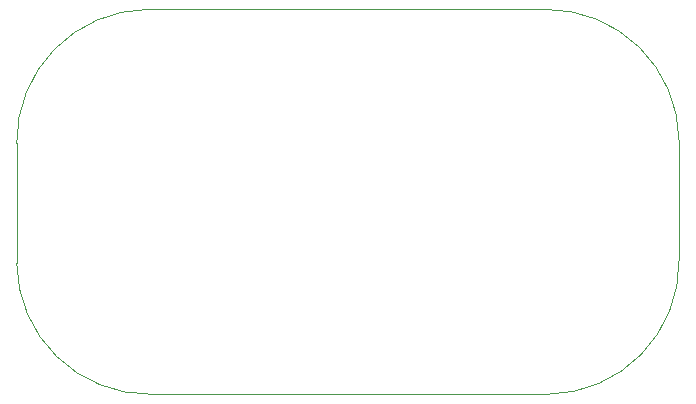
<source format=gbr>
%TF.GenerationSoftware,Altium Limited,Altium Designer,23.11.1 (41)*%
G04 Layer_Color=0*
%FSLAX45Y45*%
%MOMM*%
%TF.SameCoordinates,230AA2AB-B060-4BCE-AA15-615059F28419*%
%TF.FilePolarity,Positive*%
%TF.FileFunction,Profile,NP*%
%TF.Part,Single*%
G01*
G75*
%TA.AperFunction,Profile*%
%ADD42C,0.02540*%
D42*
X-3458Y-2146339D02*
X-3458Y-1130340D01*
D02*
G02*
X1104861Y3458I1121058J12739D01*
G01*
X4470361Y3458D01*
D02*
G02*
X5604158Y-1104861I12739J-1121058D01*
G01*
X5604158Y-2120861D01*
D02*
G02*
X4495839Y-3254658I-1121058J-12740D01*
G01*
X1130339Y-3254658D01*
D02*
G02*
X-3458Y-2146339I-12739J1121058D01*
G01*
%TF.MD5,b81414db90f02993849794544c3828ca*%
M02*

</source>
